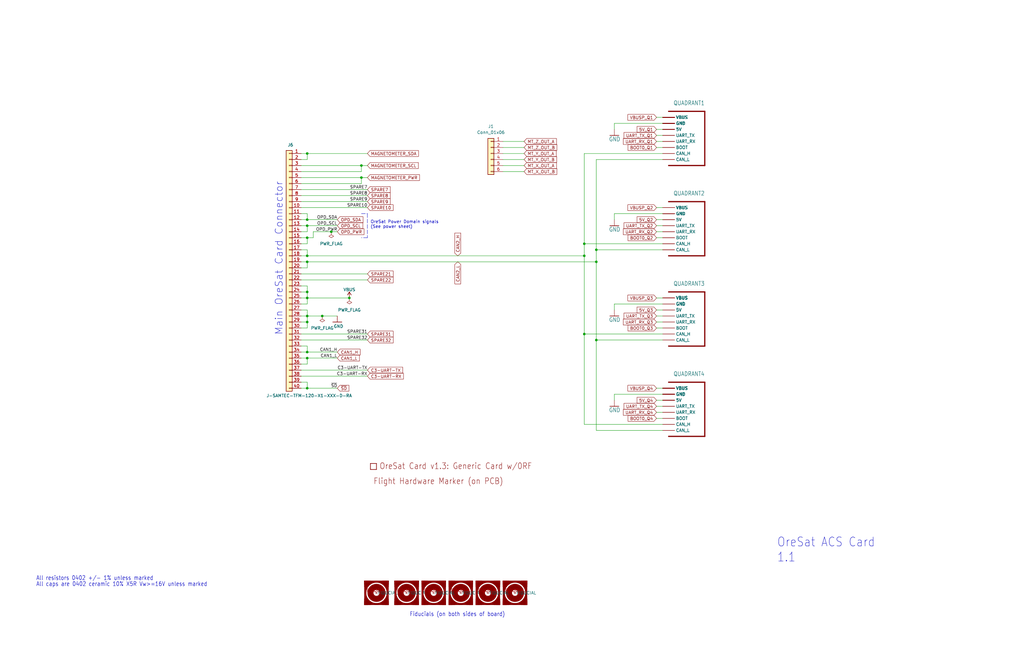
<source format=kicad_sch>
(kicad_sch (version 20211123) (generator eeschema)
  (paper "B")
  (lib_symbols
    (symbol "Connector_Generic:Conn_01x06" (pin_names (offset 1.016) hide)
      (property "Reference" "J" (at 0 7.62 0))
      (property "Value" "Conn_01x06" (at 0 -10.16 0))
      (symbol "Conn_01x06_1_1"
        (rectangle (start -1.27 -7.493) (end 0 -7.747) (stroke (width 0.1524)))
        (rectangle (start -1.27 -4.953) (end 0 -5.207) (stroke (width 0.1524)))
        (rectangle (start -1.27 -2.413) (end 0 -2.667) (stroke (width 0.1524)))
        (rectangle (start -1.27 0.127) (end 0 -0.127) (stroke (width 0.1524)))
        (rectangle (start -1.27 2.667) (end 0 2.413) (stroke (width 0.1524)))
        (rectangle (start -1.27 5.207) (end 0 4.953) (stroke (width 0.1524)))
        (rectangle (start -1.27 6.35) (end 1.27 -8.89) (stroke (width 0.254)) (fill (type background)))
        (pin passive line (at -5.08 5.08 0) (length 3.81) (name "Pin_1") (number "1"))
        (pin passive line (at -5.08 2.54 0) (length 3.81) (name "Pin_2") (number "2"))
        (pin passive line (at -5.08 0 0) (length 3.81) (name "Pin_3") (number "3"))
        (pin passive line (at -5.08 -2.54 0) (length 3.81) (name "Pin_4") (number "4"))
        (pin passive line (at -5.08 -5.08 0) (length 3.81) (name "Pin_5") (number "5"))
        (pin passive line (at -5.08 -7.62 0) (length 3.81) (name "Pin_6") (number "6"))
      )
    )
    (symbol "Connector_Generic:Conn_01x40" (pin_names (offset 1.016) hide)
      (property "Reference" "J" (at 0 50.8 0))
      (property "Value" "Conn_01x40" (at 0 -53.34 0))
      (symbol "Conn_01x40_1_1"
        (rectangle (start -1.27 -50.673) (end 0 -50.927) (stroke (width 0.1524)))
        (rectangle (start -1.27 -48.133) (end 0 -48.387) (stroke (width 0.1524)))
        (rectangle (start -1.27 -45.593) (end 0 -45.847) (stroke (width 0.1524)))
        (rectangle (start -1.27 -43.053) (end 0 -43.307) (stroke (width 0.1524)))
        (rectangle (start -1.27 -40.513) (end 0 -40.767) (stroke (width 0.1524)))
        (rectangle (start -1.27 -37.973) (end 0 -38.227) (stroke (width 0.1524)))
        (rectangle (start -1.27 -35.433) (end 0 -35.687) (stroke (width 0.1524)))
        (rectangle (start -1.27 -32.893) (end 0 -33.147) (stroke (width 0.1524)))
        (rectangle (start -1.27 -30.353) (end 0 -30.607) (stroke (width 0.1524)))
        (rectangle (start -1.27 -27.813) (end 0 -28.067) (stroke (width 0.1524)))
        (rectangle (start -1.27 -25.273) (end 0 -25.527) (stroke (width 0.1524)))
        (rectangle (start -1.27 -22.733) (end 0 -22.987) (stroke (width 0.1524)))
        (rectangle (start -1.27 -20.193) (end 0 -20.447) (stroke (width 0.1524)))
        (rectangle (start -1.27 -17.653) (end 0 -17.907) (stroke (width 0.1524)))
        (rectangle (start -1.27 -15.113) (end 0 -15.367) (stroke (width 0.1524)))
        (rectangle (start -1.27 -12.573) (end 0 -12.827) (stroke (width 0.1524)))
        (rectangle (start -1.27 -10.033) (end 0 -10.287) (stroke (width 0.1524)))
        (rectangle (start -1.27 -7.493) (end 0 -7.747) (stroke (width 0.1524)))
        (rectangle (start -1.27 -4.953) (end 0 -5.207) (stroke (width 0.1524)))
        (rectangle (start -1.27 -2.413) (end 0 -2.667) (stroke (width 0.1524)))
        (rectangle (start -1.27 0.127) (end 0 -0.127) (stroke (width 0.1524)))
        (rectangle (start -1.27 2.667) (end 0 2.413) (stroke (width 0.1524)))
        (rectangle (start -1.27 5.207) (end 0 4.953) (stroke (width 0.1524)))
        (rectangle (start -1.27 7.747) (end 0 7.493) (stroke (width 0.1524)))
        (rectangle (start -1.27 10.287) (end 0 10.033) (stroke (width 0.1524)))
        (rectangle (start -1.27 12.827) (end 0 12.573) (stroke (width 0.1524)))
        (rectangle (start -1.27 15.367) (end 0 15.113) (stroke (width 0.1524)))
        (rectangle (start -1.27 17.907) (end 0 17.653) (stroke (width 0.1524)))
        (rectangle (start -1.27 20.447) (end 0 20.193) (stroke (width 0.1524)))
        (rectangle (start -1.27 22.987) (end 0 22.733) (stroke (width 0.1524)))
        (rectangle (start -1.27 25.527) (end 0 25.273) (stroke (width 0.1524)))
        (rectangle (start -1.27 28.067) (end 0 27.813) (stroke (width 0.1524)))
        (rectangle (start -1.27 30.607) (end 0 30.353) (stroke (width 0.1524)))
        (rectangle (start -1.27 33.147) (end 0 32.893) (stroke (width 0.1524)))
        (rectangle (start -1.27 35.687) (end 0 35.433) (stroke (width 0.1524)))
        (rectangle (start -1.27 38.227) (end 0 37.973) (stroke (width 0.1524)))
        (rectangle (start -1.27 40.767) (end 0 40.513) (stroke (width 0.1524)))
        (rectangle (start -1.27 43.307) (end 0 43.053) (stroke (width 0.1524)))
        (rectangle (start -1.27 45.847) (end 0 45.593) (stroke (width 0.1524)))
        (rectangle (start -1.27 48.387) (end 0 48.133) (stroke (width 0.1524)))
        (rectangle (start -1.27 49.53) (end 1.27 -52.07) (stroke (width 0.254)) (fill (type background)))
        (pin passive line (at -5.08 48.26 0) (length 3.81) (name "Pin_1") (number "1"))
        (pin passive line (at -5.08 25.4 0) (length 3.81) (name "Pin_10") (number "10"))
        (pin passive line (at -5.08 22.86 0) (length 3.81) (name "Pin_11") (number "11"))
        (pin passive line (at -5.08 20.32 0) (length 3.81) (name "Pin_12") (number "12"))
        (pin passive line (at -5.08 17.78 0) (length 3.81) (name "Pin_13") (number "13"))
        (pin passive line (at -5.08 15.24 0) (length 3.81) (name "Pin_14") (number "14"))
        (pin passive line (at -5.08 12.7 0) (length 3.81) (name "Pin_15") (number "15"))
        (pin passive line (at -5.08 10.16 0) (length 3.81) (name "Pin_16") (number "16"))
        (pin passive line (at -5.08 7.62 0) (length 3.81) (name "Pin_17") (number "17"))
        (pin passive line (at -5.08 5.08 0) (length 3.81) (name "Pin_18") (number "18"))
        (pin passive line (at -5.08 2.54 0) (length 3.81) (name "Pin_19") (number "19"))
        (pin passive line (at -5.08 45.72 0) (length 3.81) (name "Pin_2") (number "2"))
        (pin passive line (at -5.08 0 0) (length 3.81) (name "Pin_20") (number "20"))
        (pin passive line (at -5.08 -2.54 0) (length 3.81) (name "Pin_21") (number "21"))
        (pin passive line (at -5.08 -5.08 0) (length 3.81) (name "Pin_22") (number "22"))
        (pin passive line (at -5.08 -7.62 0) (length 3.81) (name "Pin_23") (number "23"))
        (pin passive line (at -5.08 -10.16 0) (length 3.81) (name "Pin_24") (number "24"))
        (pin passive line (at -5.08 -12.7 0) (length 3.81) (name "Pin_25") (number "25"))
        (pin passive line (at -5.08 -15.24 0) (length 3.81) (name "Pin_26") (number "26"))
        (pin passive line (at -5.08 -17.78 0) (length 3.81) (name "Pin_27") (number "27"))
        (pin passive line (at -5.08 -20.32 0) (length 3.81) (name "Pin_28") (number "28"))
        (pin passive line (at -5.08 -22.86 0) (length 3.81) (name "Pin_29") (number "29"))
        (pin passive line (at -5.08 43.18 0) (length 3.81) (name "Pin_3") (number "3"))
        (pin passive line (at -5.08 -25.4 0) (length 3.81) (name "Pin_30") (number "30"))
        (pin passive line (at -5.08 -27.94 0) (length 3.81) (name "Pin_31") (number "31"))
        (pin passive line (at -5.08 -30.48 0) (length 3.81) (name "Pin_32") (number "32"))
        (pin passive line (at -5.08 -33.02 0) (length 3.81) (name "Pin_33") (number "33"))
        (pin passive line (at -5.08 -35.56 0) (length 3.81) (name "Pin_34") (number "34"))
        (pin passive line (at -5.08 -38.1 0) (length 3.81) (name "Pin_35") (number "35"))
        (pin passive line (at -5.08 -40.64 0) (length 3.81) (name "Pin_36") (number "36"))
        (pin passive line (at -5.08 -43.18 0) (length 3.81) (name "Pin_37") (number "37"))
        (pin passive line (at -5.08 -45.72 0) (length 3.81) (name "Pin_38") (number "38"))
        (pin passive line (at -5.08 -48.26 0) (length 3.81) (name "Pin_39") (number "39"))
        (pin passive line (at -5.08 40.64 0) (length 3.81) (name "Pin_4") (number "4"))
        (pin passive line (at -5.08 -50.8 0) (length 3.81) (name "Pin_40") (number "40"))
        (pin passive line (at -5.08 38.1 0) (length 3.81) (name "Pin_5") (number "5"))
        (pin passive line (at -5.08 35.56 0) (length 3.81) (name "Pin_6") (number "6"))
        (pin passive line (at -5.08 33.02 0) (length 3.81) (name "Pin_7") (number "7"))
        (pin passive line (at -5.08 30.48 0) (length 3.81) (name "Pin_8") (number "8"))
        (pin passive line (at -5.08 27.94 0) (length 3.81) (name "Pin_9") (number "9"))
      )
    )
    (symbol "MEZZANINE_PLUG_1"
      (property "Value" "MEZZANINE_PLUG_1" (at -12.7 -12.7 0))
      (symbol "MEZZANINE_PLUG_1_1_0"
        (polyline (pts (xy -12.7 -10.16) (xy 2.54 -10.16)) (stroke (width 0.508)))
        (polyline (pts (xy 2.54 12.7) (xy -12.7 12.7)) (stroke (width 0.508)))
        (pin bidirectional line (at 5.08 -7.62 180) (length 5.08) (name "CAN_L") (number "P$1"))
        (pin power_in line (at 5.08 7.62 180) (length 5.08) (name "GND") (number "P$10"))
        (pin power_in line (at 5.08 7.62 180) (length 5.08) (name "GND") (number "P$11"))
        (pin power_in line (at 5.08 10.16 180) (length 5.08) (name "VBUS") (number "P$12"))
        (pin power_in line (at 5.08 10.16 180) (length 5.08) (name "VBUS") (number "P$13"))
        (pin power_in line (at 5.08 10.16 180) (length 5.08) (name "VBUS") (number "P$14"))
        (pin power_in line (at 5.08 10.16 180) (length 5.08) (name "VBUS") (number "P$15"))
        (pin power_in line (at 5.08 10.16 180) (length 5.08) (name "VBUS") (number "P$16"))
        (pin power_in line (at 5.08 10.16 180) (length 5.08) (name "VBUS") (number "P$17"))
        (pin power_in line (at 5.08 10.16 180) (length 5.08) (name "VBUS") (number "P$18"))
        (pin power_in line (at 5.08 10.16 180) (length 5.08) (name "VBUS") (number "P$19"))
        (pin bidirectional line (at 5.08 -5.08 180) (length 5.08) (name "CAN_H") (number "P$2"))
        (pin power_in line (at 5.08 7.62 180) (length 5.08) (name "GND") (number "P$20"))
        (pin power_in line (at 5.08 7.62 180) (length 5.08) (name "GND") (number "P$21"))
        (pin power_in line (at 5.08 7.62 180) (length 5.08) (name "GND") (number "P$22"))
        (pin power_in line (at 5.08 7.62 180) (length 5.08) (name "GND") (number "P$23"))
        (pin power_in line (at 5.08 5.08 180) (length 5.08) (name "5V") (number "P$24"))
        (pin power_in line (at 5.08 5.08 180) (length 5.08) (name "5V") (number "P$25"))
        (pin bidirectional line (at 5.08 2.54 180) (length 5.08) (name "UART_TX") (number "P$26"))
        (pin bidirectional line (at 5.08 0 180) (length 5.08) (name "UART_RX") (number "P$27"))
        (pin bidirectional line (at 5.08 -2.54 180) (length 5.08) (name "BOOT") (number "P$28"))
        (pin bidirectional line (at 5.08 -5.08 180) (length 5.08) (name "CAN_H") (number "P$29"))
        (pin bidirectional line (at 5.08 -2.54 180) (length 5.08) (name "BOOT") (number "P$3"))
        (pin bidirectional line (at 5.08 -7.62 180) (length 5.08) (name "CAN_L") (number "P$30"))
        (pin bidirectional line (at 5.08 0 180) (length 5.08) (name "UART_RX") (number "P$4"))
        (pin bidirectional line (at 5.08 2.54 180) (length 5.08) (name "UART_TX") (number "P$5"))
        (pin power_in line (at 5.08 5.08 180) (length 5.08) (name "5V") (number "P$6"))
        (pin power_in line (at 5.08 5.08 180) (length 5.08) (name "5V") (number "P$7"))
        (pin power_in line (at 5.08 7.62 180) (length 5.08) (name "GND") (number "P$8"))
        (pin power_in line (at 5.08 7.62 180) (length 5.08) (name "GND") (number "P$9"))
      )
      (symbol "MEZZANINE_PLUG_1_1_1"
        (polyline (pts (xy -12.7 12.7) (xy -12.7 -10.16)) (stroke (width 0.508)))
      )
    )
    (symbol "MEZZANINE_PLUG_2"
      (property "Value" "MEZZANINE_PLUG_2" (at -12.7 -12.7 0))
      (symbol "MEZZANINE_PLUG_2_1_0"
        (polyline (pts (xy -12.7 -10.16) (xy 2.54 -10.16)) (stroke (width 0.508)))
        (polyline (pts (xy 2.54 12.7) (xy -12.7 12.7)) (stroke (width 0.508)))
        (pin bidirectional line (at 5.08 -7.62 180) (length 5.08) (name "CAN_L") (number "P$1"))
        (pin power_in line (at 5.08 7.62 180) (length 5.08) (name "GND") (number "P$10"))
        (pin power_in line (at 5.08 7.62 180) (length 5.08) (name "GND") (number "P$11"))
        (pin power_in line (at 5.08 10.16 180) (length 5.08) (name "VBUS") (number "P$12"))
        (pin power_in line (at 5.08 10.16 180) (length 5.08) (name "VBUS") (number "P$13"))
        (pin power_in line (at 5.08 10.16 180) (length 5.08) (name "VBUS") (number "P$14"))
        (pin power_in line (at 5.08 10.16 180) (length 5.08) (name "VBUS") (number "P$15"))
        (pin power_in line (at 5.08 10.16 180) (length 5.08) (name "VBUS") (number "P$16"))
        (pin power_in line (at 5.08 10.16 180) (length 5.08) (name "VBUS") (number "P$17"))
        (pin power_in line (at 5.08 10.16 180) (length 5.08) (name "VBUS") (number "P$18"))
        (pin power_in line (at 5.08 10.16 180) (length 5.08) (name "VBUS") (number "P$19"))
        (pin bidirectional line (at 5.08 -5.08 180) (length 5.08) (name "CAN_H") (number "P$2"))
        (pin power_in line (at 5.08 7.62 180) (length 5.08) (name "GND") (number "P$20"))
        (pin power_in line (at 5.08 7.62 180) (length 5.08) (name "GND") (number "P$21"))
        (pin power_in line (at 5.08 7.62 180) (length 5.08) (name "GND") (number "P$22"))
        (pin power_in line (at 5.08 7.62 180) (length 5.08) (name "GND") (number "P$23"))
        (pin power_in line (at 5.08 5.08 180) (length 5.08) (name "5V") (number "P$24"))
        (pin power_in line (at 5.08 5.08 180) (length 5.08) (name "5V") (number "P$25"))
        (pin bidirectional line (at 5.08 2.54 180) (length 5.08) (name "UART_TX") (number "P$26"))
        (pin bidirectional line (at 5.08 0 180) (length 5.08) (name "UART_RX") (number "P$27"))
        (pin bidirectional line (at 5.08 -2.54 180) (length 5.08) (name "BOOT") (number "P$28"))
        (pin bidirectional line (at 5.08 -5.08 180) (length 5.08) (name "CAN_H") (number "P$29"))
        (pin bidirectional line (at 5.08 -2.54 180) (length 5.08) (name "BOOT") (number "P$3"))
        (pin bidirectional line (at 5.08 -7.62 180) (length 5.08) (name "CAN_L") (number "P$30"))
        (pin bidirectional line (at 5.08 0 180) (length 5.08) (name "UART_RX") (number "P$4"))
        (pin bidirectional line (at 5.08 2.54 180) (length 5.08) (name "UART_TX") (number "P$5"))
        (pin power_in line (at 5.08 5.08 180) (length 5.08) (name "5V") (number "P$6"))
        (pin power_in line (at 5.08 5.08 180) (length 5.08) (name "5V") (number "P$7"))
        (pin power_in line (at 5.08 7.62 180) (length 5.08) (name "GND") (number "P$8"))
        (pin power_in line (at 5.08 7.62 180) (length 5.08) (name "GND") (number "P$9"))
      )
      (symbol "MEZZANINE_PLUG_2_1_1"
        (polyline (pts (xy -12.7 12.7) (xy -12.7 -10.16)) (stroke (width 0.508)))
      )
    )
    (symbol "MEZZANINE_PLUG_3"
      (property "Value" "MEZZANINE_PLUG_3" (at -12.7 -12.7 0))
      (symbol "MEZZANINE_PLUG_3_1_0"
        (polyline (pts (xy -12.7 -10.16) (xy 2.54 -10.16)) (stroke (width 0.508)))
        (polyline (pts (xy 2.54 12.7) (xy -12.7 12.7)) (stroke (width 0.508)))
        (pin bidirectional line (at 5.08 -7.62 180) (length 5.08) (name "CAN_L") (number "P$1"))
        (pin power_in line (at 5.08 7.62 180) (length 5.08) (name "GND") (number "P$10"))
        (pin power_in line (at 5.08 7.62 180) (length 5.08) (name "GND") (number "P$11"))
        (pin power_in line (at 5.08 10.16 180) (length 5.08) (name "VBUS") (number "P$12"))
        (pin power_in line (at 5.08 10.16 180) (length 5.08) (name "VBUS") (number "P$13"))
        (pin power_in line (at 5.08 10.16 180) (length 5.08) (name "VBUS") (number "P$14"))
        (pin power_in line (at 5.08 10.16 180) (length 5.08) (name "VBUS") (number "P$15"))
        (pin power_in line (at 5.08 10.16 180) (length 5.08) (name "VBUS") (number "P$16"))
        (pin power_in line (at 5.08 10.16 180) (length 5.08) (name "VBUS") (number "P$17"))
        (pin power_in line (at 5.08 10.16 180) (length 5.08) (name "VBUS") (number "P$18"))
        (pin power_in line (at 5.08 10.16 180) (length 5.08) (name "VBUS") (number "P$19"))
        (pin bidirectional line (at 5.08 -5.08 180) (length 5.08) (name "CAN_H") (number "P$2"))
        (pin power_in line (at 5.08 7.62 180) (length 5.08) (name "GND") (number "P$20"))
        (pin power_in line (at 5.08 7.62 180) (length 5.08) (name "GND") (number "P$21"))
        (pin power_in line (at 5.08 7.62 180) (length 5.08) (name "GND") (number "P$22"))
        (pin power_in line (at 5.08 7.62 180) (length 5.08) (name "GND") (number "P$23"))
        (pin power_in line (at 5.08 5.08 180) (length 5.08) (name "5V") (number "P$24"))
        (pin power_in line (at 5.08 5.08 180) (length 5.08) (name "5V") (number "P$25"))
        (pin bidirectional line (at 5.08 2.54 180) (length 5.08) (name "UART_TX") (number "P$26"))
        (pin bidirectional line (at 5.08 0 180) (length 5.08) (name "UART_RX") (number "P$27"))
        (pin bidirectional line (at 5.08 -2.54 180) (length 5.08) (name "BOOT") (number "P$28"))
        (pin bidirectional line (at 5.08 -5.08 180) (length 5.08) (name "CAN_H") (number "P$29"))
        (pin bidirectional line (at 5.08 -2.54 180) (length 5.08) (name "BOOT") (number "P$3"))
        (pin bidirectional line (at 5.08 -7.62 180) (length 5.08) (name "CAN_L") (number "P$30"))
        (pin bidirectional line (at 5.08 0 180) (length 5.08) (name "UART_RX") (number "P$4"))
        (pin bidirectional line (at 5.08 2.54 180) (length 5.08) (name "UART_TX") (number "P$5"))
        (pin power_in line (at 5.08 5.08 180) (length 5.08) (name "5V") (number "P$6"))
        (pin power_in line (at 5.08 5.08 180) (length 5.08) (name "5V") (number "P$7"))
        (pin power_in line (at 5.08 7.62 180) (length 5.08) (name "GND") (number "P$8"))
        (pin power_in line (at 5.08 7.62 180) (length 5.08) (name "GND") (number "P$9"))
      )
      (symbol "MEZZANINE_PLUG_3_1_1"
        (polyline (pts (xy -12.7 12.7) (xy -12.7 -10.16)) (stroke (width 0.508)))
      )
    )
    (symbol "oresat-acs-card-eagle-import:FIDUCIAL-1.0X2.0"
      (symbol "FIDUCIAL-1.0X2.0_1_0"
        (rectangle (start -5.08 -5.08) (end -3.556 -2.54) (fill (type outline)))
        (rectangle (start -5.08 -5.08) (end -2.54 -3.556) (fill (type outline)))
        (rectangle (start -5.08 2.54) (end -3.556 5.08) (fill (type outline)))
        (rectangle (start -5.08 3.556) (end -2.54 5.08) (fill (type outline)))
        (polyline (pts (xy -5.08 -5.08) (xy -5.08 5.08)) (stroke (width 0.127)))
        (polyline (pts (xy -5.08 -5.08) (xy 5.08 -5.08)) (stroke (width 0.127)))
        (polyline (pts (xy -5.08 5.08) (xy 5.08 5.08)) (stroke (width 0.127)))
        (polyline (pts (xy -4.699 2.54) (xy -4.699 -2.54)) (stroke (width 0.762)))
        (polyline (pts (xy -2.54 -4.699) (xy 2.54 -4.699)) (stroke (width 0.762)))
        (polyline (pts (xy -2.54 4.699) (xy 2.54 4.699)) (stroke (width 0.762)))
        (polyline (pts (xy 4.699 -2.54) (xy 4.699 2.54)) (stroke (width 0.762)))
        (polyline (pts (xy 5.08 5.08) (xy 5.08 -5.08)) (stroke (width 0.127)))
        (circle (center 0 0) (radius 2.54) (stroke (width 2.54)))
        (circle (center 0 0) (radius 4.699) (stroke (width 0.762)))
        (rectangle (start 2.54 -5.08) (end 5.08 -3.556) (fill (type outline)))
        (rectangle (start 2.54 3.556) (end 5.08 5.08) (fill (type outline)))
        (rectangle (start 3.556 -5.08) (end 5.08 -2.54) (fill (type outline)))
        (rectangle (start 3.556 2.54) (end 5.08 5.08) (fill (type outline)))
        (pin no_connect line (at 0 0 0) (length 0) (name "FIDUCIAL") (number "FIDUCIAL"))
      )
    )
    (symbol "oresat-acs-card-eagle-import:FLIGHMARKERNEW"
      (symbol "FLIGHMARKERNEW_1_0"
        (text "Flight Hardware Marker (on PCB)" (at 0 0 0) (effects (font (size 2.54 2.159)) (justify left bottom)))
      )
    )
    (symbol "oresat-acs-card-eagle-import:GND" (power)
      (property "Value" "GND" (at -2.54 -2.54 0))
      (symbol "GND_1_0"
        (polyline (pts (xy -1.905 0) (xy 1.905 0)) (stroke (width 0.254)))
        (pin power_in line (at 0 2.54 270) (length 2.54) (name "GND") (number "1"))
      )
    )
    (symbol "oresat-acs-card-eagle-import:MEZZANINE_PLUG"
      (property "Value" "MEZZANINE_PLUG" (at -12.7 -12.7 0))
      (symbol "MEZZANINE_PLUG_1_0"
        (polyline (pts (xy -12.7 -10.16) (xy 2.54 -10.16)) (stroke (width 0.508)))
        (polyline (pts (xy 2.54 12.7) (xy -12.7 12.7)) (stroke (width 0.508)))
        (pin bidirectional line (at 5.08 -7.62 180) (length 5.08) (name "CAN_L") (number "P$1"))
        (pin power_in line (at 5.08 7.62 180) (length 5.08) (name "GND") (number "P$10"))
        (pin power_in line (at 5.08 7.62 180) (length 5.08) (name "GND") (number "P$11"))
        (pin power_in line (at 5.08 10.16 180) (length 5.08) (name "VBUS") (number "P$12"))
        (pin power_in line (at 5.08 10.16 180) (length 5.08) (name "VBUS") (number "P$13"))
        (pin power_in line (at 5.08 10.16 180) (length 5.08) (name "VBUS") (number "P$14"))
        (pin power_in line (at 5.08 10.16 180) (length 5.08) (name "VBUS") (number "P$15"))
        (pin power_in line (at 5.08 10.16 180) (length 5.08) (name "VBUS") (number "P$16"))
        (pin power_in line (at 5.08 10.16 180) (length 5.08) (name "VBUS") (number "P$17"))
        (pin power_in line (at 5.08 10.16 180) (length 5.08) (name "VBUS") (number "P$18"))
        (pin power_in line (at 5.08 10.16 180) (length 5.08) (name "VBUS") (number "P$19"))
        (pin bidirectional line (at 5.08 -5.08 180) (length 5.08) (name "CAN_H") (number "P$2"))
        (pin power_in line (at 5.08 7.62 180) (length 5.08) (name "GND") (number "P$20"))
        (pin power_in line (at 5.08 7.62 180) (length 5.08) (name "GND") (number "P$21"))
        (pin power_in line (at 5.08 7.62 180) (length 5.08) (name "GND") (number "P$22"))
        (pin power_in line (at 5.08 7.62 180) (length 5.08) (name "GND") (number "P$23"))
        (pin power_in line (at 5.08 5.08 180) (length 5.08) (name "5V") (number "P$24"))
        (pin power_in line (at 5.08 5.08 180) (length 5.08) (name "5V") (number "P$25"))
        (pin bidirectional line (at 5.08 2.54 180) (length 5.08) (name "UART_TX") (number "P$26"))
        (pin bidirectional line (at 5.08 0 180) (length 5.08) (name "UART_RX") (number "P$27"))
        (pin bidirectional line (at 5.08 -2.54 180) (length 5.08) (name "BOOT") (number "P$28"))
        (pin bidirectional line (at 5.08 -5.08 180) (length 5.08) (name "CAN_H") (number "P$29"))
        (pin bidirectional line (at 5.08 -2.54 180) (length 5.08) (name "BOOT") (number "P$3"))
        (pin bidirectional line (at 5.08 -7.62 180) (length 5.08) (name "CAN_L") (number "P$30"))
        (pin bidirectional line (at 5.08 0 180) (length 5.08) (name "UART_RX") (number "P$4"))
        (pin bidirectional line (at 5.08 2.54 180) (length 5.08) (name "UART_TX") (number "P$5"))
        (pin power_in line (at 5.08 5.08 180) (length 5.08) (name "5V") (number "P$6"))
        (pin power_in line (at 5.08 5.08 180) (length 5.08) (name "5V") (number "P$7"))
        (pin power_in line (at 5.08 7.62 180) (length 5.08) (name "GND") (number "P$8"))
        (pin power_in line (at 5.08 7.62 180) (length 5.08) (name "GND") (number "P$9"))
      )
      (symbol "MEZZANINE_PLUG_1_1"
        (polyline (pts (xy -12.7 12.7) (xy -12.7 -10.16)) (stroke (width 0.508)))
      )
    )
    (symbol "oresat-acs-card-eagle-import:ORESAT-CARD-V1.3-GENERIC-0RF"
      (symbol "ORESAT-CARD-V1.3-GENERIC-0RF_1_0"
        (polyline (pts (xy -1.27 -1.27) (xy 1.27 -1.27)) (stroke (width 0.254)))
        (polyline (pts (xy -1.27 1.27) (xy -1.27 -1.27)) (stroke (width 0.254)))
        (polyline (pts (xy 1.27 -1.27) (xy 1.27 1.27)) (stroke (width 0.254)))
        (polyline (pts (xy 1.27 1.27) (xy -1.27 1.27)) (stroke (width 0.254)))
        (text "OreSat Card v1.3: Generic Card w/0RF" (at 2.54 -1.27 0) (effects (font (size 2.54 2.159)) (justify left bottom)))
      )
    )
    (symbol "oresat-acs-card-eagle-import:VBUS" (power)
      (property "Value" "VBUS" (at 0 0.254 0))
      (symbol "VBUS_1_0"
        (polyline (pts (xy 0 0) (xy -0.762 -1.27)) (stroke (width 0.254)))
        (polyline (pts (xy 0.762 -1.27) (xy 0 0)) (stroke (width 0.254)))
        (pin power_in line (at 0 -2.54 90) (length 2.54) (name "VBUS") (number "1"))
      )
    )
    (symbol "power:PWR_FLAG" (power) (pin_numbers hide) (pin_names (offset 0) hide)
      (property "Value" "PWR_FLAG" (at 0 3.81 0))
      (symbol "PWR_FLAG_0_0"
        (pin power_out line (at 0 0 90) (length 0) (name "pwr") (number "1"))
      )
      (symbol "PWR_FLAG_0_1"
        (polyline (pts (xy 0 0) (xy 0 1.27) (xy -1.016 1.905) (xy 0 2.54) (xy 1.016 1.905) (xy 0 1.27)))
      )
    )
  )
  (junction (at 147.32 125.73))
  (junction (at 129.54 95.25) (diameter 0.9144))
  (junction (at 129.54 163.83) (diameter 0.9144))
  (junction (at 251.46 110.49))
  (junction (at 139.7 97.79))
  (junction (at 129.54 135.89) (diameter 0.9144))
  (junction (at 129.54 92.71) (diameter 0.9144))
  (junction (at 246.38 102.87))
  (junction (at 152.4 74.93))
  (junction (at 251.46 143.51))
  (junction (at 246.38 140.97))
  (junction (at 129.54 123.19) (diameter 0.9144))
  (junction (at 251.46 105.41))
  (junction (at 129.54 148.59) (diameter 0.9144))
  (junction (at 129.54 151.13) (diameter 0.9144))
  (junction (at 129.54 125.73) (diameter 0.9144))
  (junction (at 129.54 64.77) (diameter 0.9144))
  (junction (at 129.54 107.95))
  (junction (at 129.54 133.35) (diameter 0.9144))
  (junction (at 152.4 69.85))
  (junction (at 129.54 100.33) (diameter 0.9144))
  (junction (at 135.89 133.35))
  (junction (at 246.38 107.95))
  (junction (at 129.54 110.49) (diameter 0.9144))
  (wire (pts (xy 259.08 128.27) (xy 259.08 130.81)))
  (wire (pts (xy 129.54 133.35) (xy 135.89 133.35)))
  (wire (pts (xy 129.54 135.89) (xy 129.54 138.43)))
  (wire (pts (xy 129.54 113.03) (xy 127 113.03)))
  (wire (pts (xy 129.54 100.33) (xy 129.54 102.87)))
  (wire (pts (xy 129.54 95.25) (xy 129.54 97.79)))
  (wire (pts (xy 129.54 107.95) (xy 246.38 107.95)))
  (wire (pts (xy 127 97.79) (xy 129.54 97.79)))
  (wire (pts (xy 276.86 173.99) (xy 279.4 173.99)))
  (wire (pts (xy 127 100.33) (xy 129.54 100.33)))
  (wire (pts (xy 132.08 100.33) (xy 132.08 97.79)))
  (wire (pts (xy 246.38 102.87) (xy 279.4 102.87)))
  (wire (pts (xy 129.54 161.29) (xy 129.54 163.83)))
  (wire (pts (xy 251.46 181.61) (xy 279.4 181.61)))
  (wire (pts (xy 129.54 105.41) (xy 129.54 107.95)))
  (wire (pts (xy 259.08 90.17) (xy 259.08 92.71)))
  (wire (pts (xy 246.38 64.77) (xy 246.38 102.87)))
  (wire (pts (xy 251.46 143.51) (xy 251.46 181.61)))
  (wire (pts (xy 259.08 128.27) (xy 279.4 128.27)))
  (wire (pts (xy 127 82.55) (xy 154.94 82.55)))
  (wire (pts (xy 279.4 95.25) (xy 276.86 95.25)))
  (wire (pts (xy 127 90.17) (xy 129.54 90.17)))
  (wire (pts (xy 135.89 133.35) (xy 142.24 133.35)))
  (wire (pts (xy 251.46 143.51) (xy 279.4 143.51)))
  (wire (pts (xy 251.46 105.41) (xy 251.46 110.49)))
  (wire (pts (xy 129.54 95.25) (xy 142.24 95.25)))
  (wire (pts (xy 127 130.81) (xy 129.54 130.81)))
  (wire (pts (xy 127 64.77) (xy 129.54 64.77)))
  (wire (pts (xy 212.09 69.85) (xy 220.98 69.85)))
  (wire (pts (xy 279.4 100.33) (xy 276.86 100.33)))
  (wire (pts (xy 246.38 102.87) (xy 246.38 107.95)))
  (wire (pts (xy 276.86 168.91) (xy 279.4 168.91)))
  (wire (pts (xy 279.4 62.23) (xy 276.86 62.23)))
  (polyline (pts (xy 154.94 100.33) (xy 152.4 100.33)))
  (wire (pts (xy 129.54 151.13) (xy 142.24 151.13)))
  (wire (pts (xy 129.54 92.71) (xy 142.24 92.71)))
  (wire (pts (xy 127 146.05) (xy 129.54 146.05)))
  (polyline (pts (xy 152.4 90.17) (xy 154.94 90.17)))
  (wire (pts (xy 127 72.39) (xy 152.4 72.39)))
  (wire (pts (xy 129.54 90.17) (xy 129.54 92.71)))
  (wire (pts (xy 127 151.13) (xy 129.54 151.13)))
  (wire (pts (xy 276.86 176.53) (xy 279.4 176.53)))
  (wire (pts (xy 259.08 166.37) (xy 259.08 168.91)))
  (wire (pts (xy 127 133.35) (xy 129.54 133.35)))
  (wire (pts (xy 129.54 146.05) (xy 129.54 148.59)))
  (wire (pts (xy 127 125.73) (xy 129.54 125.73)))
  (wire (pts (xy 251.46 105.41) (xy 279.4 105.41)))
  (wire (pts (xy 127 95.25) (xy 129.54 95.25)))
  (polyline (pts (xy 154.94 90.17) (xy 154.94 100.33)))
  (wire (pts (xy 276.86 92.71) (xy 279.4 92.71)))
  (wire (pts (xy 127 148.59) (xy 129.54 148.59)))
  (wire (pts (xy 276.86 130.81) (xy 279.4 130.81)))
  (wire (pts (xy 129.54 123.19) (xy 129.54 125.73)))
  (wire (pts (xy 127 69.85) (xy 152.4 69.85)))
  (wire (pts (xy 129.54 100.33) (xy 132.08 100.33)))
  (wire (pts (xy 129.54 135.89) (xy 129.54 133.35)))
  (wire (pts (xy 276.86 54.61) (xy 279.4 54.61)))
  (wire (pts (xy 129.54 163.83) (xy 127 163.83)))
  (wire (pts (xy 246.38 107.95) (xy 246.38 140.97)))
  (wire (pts (xy 129.54 128.27) (xy 127 128.27)))
  (wire (pts (xy 139.7 97.79) (xy 142.24 97.79)))
  (wire (pts (xy 259.08 52.07) (xy 259.08 54.61)))
  (wire (pts (xy 276.86 163.83) (xy 279.4 163.83)))
  (wire (pts (xy 129.54 125.73) (xy 129.54 128.27)))
  (wire (pts (xy 127 67.31) (xy 129.54 67.31)))
  (wire (pts (xy 276.86 135.89) (xy 279.4 135.89)))
  (wire (pts (xy 246.38 64.77) (xy 279.4 64.77)))
  (wire (pts (xy 127 92.71) (xy 129.54 92.71)))
  (wire (pts (xy 127 115.57) (xy 154.94 115.57)))
  (wire (pts (xy 129.54 148.59) (xy 142.24 148.59)))
  (wire (pts (xy 129.54 123.19) (xy 127 123.19)))
  (wire (pts (xy 276.86 171.45) (xy 279.4 171.45)))
  (wire (pts (xy 127 110.49) (xy 129.54 110.49)))
  (wire (pts (xy 279.4 57.15) (xy 276.86 57.15)))
  (wire (pts (xy 251.46 67.31) (xy 279.4 67.31)))
  (wire (pts (xy 127 107.95) (xy 129.54 107.95)))
  (wire (pts (xy 127 156.21) (xy 154.94 156.21)))
  (wire (pts (xy 129.54 110.49) (xy 129.54 113.03)))
  (wire (pts (xy 127 77.47) (xy 152.4 77.47)))
  (wire (pts (xy 127 118.11) (xy 154.94 118.11)))
  (wire (pts (xy 152.4 74.93) (xy 154.94 74.93)))
  (wire (pts (xy 276.86 138.43) (xy 279.4 138.43)))
  (wire (pts (xy 276.86 133.35) (xy 279.4 133.35)))
  (wire (pts (xy 212.09 64.77) (xy 220.98 64.77)))
  (wire (pts (xy 129.54 125.73) (xy 147.32 125.73)))
  (wire (pts (xy 251.46 110.49) (xy 251.46 143.51)))
  (wire (pts (xy 152.4 69.85) (xy 154.94 69.85)))
  (wire (pts (xy 246.38 140.97) (xy 246.38 179.07)))
  (wire (pts (xy 127 85.09) (xy 154.94 85.09)))
  (wire (pts (xy 127 120.65) (xy 129.54 120.65)))
  (wire (pts (xy 127 102.87) (xy 129.54 102.87)))
  (wire (pts (xy 129.54 151.13) (xy 129.54 153.67)))
  (wire (pts (xy 259.08 90.17) (xy 279.4 90.17)))
  (wire (pts (xy 212.09 67.31) (xy 220.98 67.31)))
  (wire (pts (xy 127 143.51) (xy 154.94 143.51)))
  (wire (pts (xy 279.4 166.37) (xy 259.08 166.37)))
  (wire (pts (xy 129.54 130.81) (xy 129.54 133.35)))
  (wire (pts (xy 129.54 110.49) (xy 251.46 110.49)))
  (wire (pts (xy 279.4 59.69) (xy 276.86 59.69)))
  (wire (pts (xy 279.4 52.07) (xy 259.08 52.07)))
  (wire (pts (xy 279.4 179.07) (xy 246.38 179.07)))
  (wire (pts (xy 212.09 62.23) (xy 220.98 62.23)))
  (wire (pts (xy 129.54 153.67) (xy 127 153.67)))
  (wire (pts (xy 251.46 67.31) (xy 251.46 105.41)))
  (wire (pts (xy 129.54 67.31) (xy 129.54 64.77)))
  (wire (pts (xy 127 138.43) (xy 129.54 138.43)))
  (wire (pts (xy 127 140.97) (xy 154.94 140.97)))
  (wire (pts (xy 279.4 87.63) (xy 276.86 87.63)))
  (wire (pts (xy 127 74.93) (xy 152.4 74.93)))
  (wire (pts (xy 129.54 64.77) (xy 154.94 64.77)))
  (wire (pts (xy 129.54 163.83) (xy 142.24 163.83)))
  (wire (pts (xy 152.4 69.85) (xy 152.4 72.39)))
  (wire (pts (xy 246.38 140.97) (xy 279.4 140.97)))
  (wire (pts (xy 212.09 59.69) (xy 220.98 59.69)))
  (wire (pts (xy 279.4 49.53) (xy 276.86 49.53)))
  (wire (pts (xy 129.54 120.65) (xy 129.54 123.19)))
  (wire (pts (xy 127 135.89) (xy 129.54 135.89)))
  (wire (pts (xy 276.86 125.73) (xy 279.4 125.73)))
  (wire (pts (xy 127 87.63) (xy 154.94 87.63)))
  (wire (pts (xy 132.08 97.79) (xy 139.7 97.79)))
  (wire (pts (xy 152.4 74.93) (xy 152.4 77.47)))
  (wire (pts (xy 127 80.01) (xy 154.94 80.01)))
  (wire (pts (xy 127 105.41) (xy 129.54 105.41)))
  (wire (pts (xy 212.09 72.39) (xy 220.98 72.39)))
  (wire (pts (xy 127 158.75) (xy 154.94 158.75)))
  (wire (pts (xy 127 161.29) (xy 129.54 161.29)))
  (wire (pts (xy 279.4 97.79) (xy 276.86 97.79)))
  (text "OreSat ACS Card" (at 327.66 231.14 180) (effects (font (size 3.81 3.2385)) (justify left bottom)))
  (text "1.1" (at 327.66 237.49 180) (effects (font (size 3.81 3.2385)) (justify left bottom)))
  (text "Main OreSat Card Connector" (at 119.38 141.605 90) (effects (font (size 3 3)) (justify left bottom)))
  (text "Fiducials (on both sides of board)" (at 172.72 260.35 180) (effects (font (size 1.778 1.5113)) (justify left bottom)))
  (text "OreSat Power Domain signals\n(See power sheet)" (at 156.21 96.52 180) (effects (font (size 1.27 1.27)) (justify left bottom)))
  (text "All caps are 0402 ceramic 10% X5R Vw>=16V unless marked" (at 15.24 247.65 0) (effects (font (size 1.778 1.5113)) (justify left bottom)))
  (text "All resistors 0402 +/- 1% unless marked" (at 15.24 245.11 180) (effects (font (size 1.778 1.5113)) (justify left bottom)))
  (label "SPARE32" (at 154.94 143.51 180))
  (label "OPD_SDA" (at 142.24 92.71 180))
  (label "CAN1_H" (at 142.24 148.59 180))
  (label "OPD_PWR" (at 142.24 97.79 180))
  (label "OPD_SCL" (at 142.24 95.25 180))
  (label "~{SD}" (at 142.24 163.83 180))
  (label "CAN1_L" (at 142.24 151.13 180))
  (label "SPARE31" (at 154.94 140.97 180))
  (label "C3-UART-TX" (at 154.94 156.21 180))
  (label "SPARE10" (at 154.94 87.63 180))
  (label "SPARE7" (at 154.94 80.01 180))
  (label "C3-UART-RX" (at 154.94 158.75 180))
  (label "SPARE9" (at 154.94 85.09 180))
  (label "SPARE8" (at 154.94 82.55 180))
  (global_label "SPARE31" (shape input) (at 154.94 140.97 0) (property "Intersheet References" "${INTERSHEET_REFS}" (effects hide)))
  (global_label "CAN1_L" (shape input) (at 142.24 151.13 0) (property "Intersheet References" "${INTERSHEET_REFS}" (effects hide)))
  (global_label "CAN2_H" (shape input) (at 193.04 107.95 90) (property "Intersheet References" "${INTERSHEET_REFS}" (effects hide)))
  (global_label "SPARE32" (shape input) (at 154.94 143.51 0) (property "Intersheet References" "${INTERSHEET_REFS}" (effects hide)))
  (global_label "BOOT0_Q1" (shape input) (at 276.86 62.23 180) (property "Intersheet References" "${INTERSHEET_REFS}" (effects hide)))
  (global_label "CAN1_H" (shape input) (at 142.24 148.59 0) (property "Intersheet References" "${INTERSHEET_REFS}" (effects hide)))
  (global_label "5V_Q1" (shape input) (at 276.86 54.61 180) (property "Intersheet References" "${INTERSHEET_REFS}" (effects hide)))
  (global_label "~{SD}" (shape input) (at 142.24 163.83 0) (property "Intersheet References" "${INTERSHEET_REFS}" (effects hide)))
  (global_label "SPARE10" (shape input) (at 154.94 87.63 0) (property "Intersheet References" "${INTERSHEET_REFS}" (effects hide)))
  (global_label "SPARE7" (shape input) (at 154.94 80.01 0) (property "Intersheet References" "${INTERSHEET_REFS}" (effects hide)))
  (global_label "MAGNETOMETER_PWR" (shape input) (at 154.94 74.93 0) (property "Intersheet References" "${INTERSHEET_REFS}" (effects hide)))
  (global_label "UART_RX_Q4" (shape input) (at 276.86 173.99 180) (property "Intersheet References" "${INTERSHEET_REFS}" (effects hide)))
  (global_label "MAGNETOMETER_SDA" (shape input) (at 154.94 64.77 0) (property "Intersheet References" "${INTERSHEET_REFS}" (effects hide)))
  (global_label "SPARE8" (shape input) (at 154.94 82.55 0) (property "Intersheet References" "${INTERSHEET_REFS}" (effects hide)))
  (global_label "C3-UART-RX" (shape input) (at 154.94 158.75 0) (property "Intersheet References" "${INTERSHEET_REFS}" (effects hide)))
  (global_label "5V_Q4" (shape input) (at 276.86 168.91 180) (property "Intersheet References" "${INTERSHEET_REFS}" (effects hide)))
  (global_label "MT_X_OUT_A" (shape input) (at 220.98 69.85 0) (property "Intersheet References" "${INTERSHEET_REFS}" (effects hide)))
  (global_label "5V_Q2" (shape input) (at 276.86 92.71 180) (property "Intersheet References" "${INTERSHEET_REFS}" (effects hide)))
  (global_label "MAGNETOMETER_SCL" (shape input) (at 154.94 69.85 0) (property "Intersheet References" "${INTERSHEET_REFS}" (effects hide)))
  (global_label "VBUSP_Q1" (shape input) (at 276.86 49.53 180) (property "Intersheet References" "${INTERSHEET_REFS}" (effects hide)))
  (global_label "MT_Y_OUT_B" (shape input) (at 220.98 67.31 0) (property "Intersheet References" "${INTERSHEET_REFS}" (effects hide)))
  (global_label "5V_Q3" (shape input) (at 276.86 130.81 180) (property "Intersheet References" "${INTERSHEET_REFS}" (effects hide)))
  (global_label "MT_Z_OUT_A" (shape input) (at 220.98 59.69 0) (property "Intersheet References" "${INTERSHEET_REFS}" (effects hide)))
  (global_label "MT_X_OUT_B" (shape input) (at 220.98 72.39 0) (property "Intersheet References" "${INTERSHEET_REFS}" (effects hide)))
  (global_label "BOOT0_Q3" (shape input) (at 276.86 138.43 180) (property "Intersheet References" "${INTERSHEET_REFS}" (effects hide)))
  (global_label "OPD_SDA" (shape input) (at 142.24 92.71 0) (property "Intersheet References" "${INTERSHEET_REFS}" (effects hide)))
  (global_label "MT_Z_OUT_B" (shape input) (at 220.98 62.23 0) (property "Intersheet References" "${INTERSHEET_REFS}" (effects hide)))
  (global_label "UART_RX_Q3" (shape input) (at 276.86 135.89 180) (property "Intersheet References" "${INTERSHEET_REFS}" (effects hide)))
  (global_label "BOOT0_Q2" (shape input) (at 276.86 100.33 180) (property "Intersheet References" "${INTERSHEET_REFS}" (effects hide)))
  (global_label "UART_TX_Q1" (shape input) (at 276.86 57.15 180) (property "Intersheet References" "${INTERSHEET_REFS}" (effects hide)))
  (global_label "OPD_SCL" (shape input) (at 142.24 95.25 0) (property "Intersheet References" "${INTERSHEET_REFS}" (effects hide)))
  (global_label "SPARE9" (shape input) (at 154.94 85.09 0) (property "Intersheet References" "${INTERSHEET_REFS}" (effects hide)))
  (global_label "UART_TX_Q3" (shape input) (at 276.86 133.35 180) (property "Intersheet References" "${INTERSHEET_REFS}" (effects hide)))
  (global_label "SPARE21" (shape input) (at 154.94 115.57 0) (property "Intersheet References" "${INTERSHEET_REFS}" (effects hide)))
  (global_label "SPARE22" (shape input) (at 154.94 118.11 0) (property "Intersheet References" "${INTERSHEET_REFS}" (effects hide)))
  (global_label "MT_Y_OUT_A" (shape input) (at 220.98 64.77 0) (property "Intersheet References" "${INTERSHEET_REFS}" (effects hide)))
  (global_label "VBUSP_Q2" (shape input) (at 276.86 87.63 180) (property "Intersheet References" "${INTERSHEET_REFS}" (effects hide)))
  (global_label "C3-UART-TX" (shape input) (at 154.94 156.21 0) (property "Intersheet References" "${INTERSHEET_REFS}" (effects hide)))
  (global_label "UART_TX_Q4" (shape input) (at 276.86 171.45 180) (property "Intersheet References" "${INTERSHEET_REFS}" (effects hide)))
  (global_label "VBUSP_Q4" (shape input) (at 276.86 163.83 180) (property "Intersheet References" "${INTERSHEET_REFS}" (effects hide)))
  (global_label "UART_TX_Q2" (shape input) (at 276.86 95.25 180) (property "Intersheet References" "${INTERSHEET_REFS}" (effects hide)))
  (global_label "OPD_PWR" (shape input) (at 142.24 97.79 0) (property "Intersheet References" "${INTERSHEET_REFS}" (effects hide)))
  (global_label "VBUSP_Q3" (shape input) (at 276.86 125.73 180) (property "Intersheet References" "${INTERSHEET_REFS}" (effects hide)))
  (global_label "UART_RX_Q1" (shape input) (at 276.86 59.69 180) (property "Intersheet References" "${INTERSHEET_REFS}" (effects hide)))
  (global_label "UART_RX_Q2" (shape input) (at 276.86 97.79 180) (property "Intersheet References" "${INTERSHEET_REFS}" (effects hide)))
  (global_label "BOOT0_Q4" (shape input) (at 276.86 176.53 180) (property "Intersheet References" "${INTERSHEET_REFS}" (effects hide)))
  (global_label "CAN2_L" (shape input) (at 193.04 110.49 270) (property "Intersheet References" "${INTERSHEET_REFS}" (effects hide)))
  (symbol (lib_id "Connector_Generic:Conn_01x06") (at 207.01 64.77 0) (mirror y) (unit 1)
    (property "Reference" "J1" (at 207.01 53.34 0))
    (property "Value" "Conn_01x06" (at 207.01 55.88 0))
    (property "Footprint" "oresat-acs-card:691243100006" (effects hide))
  )
  (symbol (lib_id "oresat-acs-card-eagle-import:VBUS") (at 147.32 123.19 0) (unit 1)
    (property "Reference" "#VBUS0101" (effects hide))
    (property "Value" "VBUS" (at 147.32 122.936 0) (effects (justify bottom)))
  )
  (symbol (lib_id "oresat-acs-card-eagle-import:GND") (at 259.08 171.45 0) (mirror y) (unit 1)
    (property "Reference" "#GND03" (effects hide))
    (property "Value" "GND" (at 261.62 173.99 0) (effects (font (size 1.778 1.5113)) (justify left bottom)))
  )
  (symbol (lib_id "Connector_Generic:Conn_01x40") (at 121.92 113.03 0) (mirror y) (unit 1)
    (property "Reference" "J6" (at 123.698 61.1632 0) (effects (justify left)))
    (property "Value" "J-SAMTEC-TFM-120-X1-XXX-D-RA" (at 148.463 166.9796 0) (effects (justify left)))
    (property "Footprint" "oresat-acs-card:J-SAMTEC-TFM-120-X1-XXX-D-RA" (effects hide))
    (property "DIST" "Digi-Key" (effects hide))
    (property "DPN" "SAM10145-ND " (effects hide))
    (property "MFR" "Samtec" (effects hide))
    (property "MPN" "TFM-120-01-L-D-RA" (effects hide))
  )
  (symbol (lib_id "power:PWR_FLAG") (at 139.7 97.79 180) (unit 1)
    (property "Reference" "#FLG0101" (effects hide))
    (property "Value" "PWR_FLAG" (at 139.7 102.87 0))
  )
  (symbol (lib_id "oresat-acs-card-eagle-import:FIDUCIAL-1.0X2.0") (at 217.17 250.19 0) (unit 1)
    (property "Reference" "FIDUCIAL6" (effects hide))
    (property "Value" "FIDUCIAL-1.0X2.0" (effects hide))
    (property "Footprint" "oresat-acs-card:FIDUCIAL-1.0X2.0" (effects hide))
  )
  (symbol (lib_name "MEZZANINE_PLUG_1") (lib_id "oresat-acs-card-eagle-import:MEZZANINE_PLUG") (at 284.48 59.69 0) (mirror y) (unit 1)
    (property "Reference" "QUADRANT1" (at 297.18 44.45 0) (effects (font (size 1.778 1.5113)) (justify left bottom)))
    (property "Value" "MEZZANINE_PLUG" (at 297.18 74.93 0) (effects (font (size 1.778 1.5113)) (justify left bottom)))
    (property "Footprint" "oresat-acs-card:MEZZANINE_PLUG" (effects hide))
    (property "Value" "MEZZANINE_PLUG" (effects hide))
  )
  (symbol (lib_id "oresat-acs-card-eagle-import:GND") (at 259.08 57.15 0) (mirror y) (unit 1)
    (property "Reference" "#GND06" (effects hide))
    (property "Value" "GND" (at 261.62 59.69 0) (effects (font (size 1.778 1.5113)) (justify left bottom)))
  )
  (symbol (lib_id "oresat-acs-card-eagle-import:ORESAT-CARD-V1.3-GENERIC-0RF") (at 157.48 196.85 0) (unit 1)
    (property "Reference" "PCB1" (effects hide))
    (property "Value" "ORESAT-CARD-V1.3-GENERIC-0RF" (effects hide))
    (property "Footprint" "oresat-acs-card:ORESAT-CARD-V1.3-GENERIC-0RF" (effects hide))
  )
  (symbol (lib_id "oresat-acs-card-eagle-import:FIDUCIAL-1.0X2.0") (at 158.75 250.19 0) (unit 1)
    (property "Reference" "FIDUCIAL1" (effects hide))
    (property "Value" "FIDUCIAL-1.0X2.0" (effects hide))
    (property "Footprint" "oresat-acs-card:FIDUCIAL-1.0X2.0" (effects hide))
  )
  (symbol (lib_id "oresat-acs-card-eagle-import:GND") (at 259.08 95.25 0) (mirror y) (unit 1)
    (property "Reference" "#GND05" (effects hide))
    (property "Value" "GND" (at 261.62 97.79 0) (effects (font (size 1.778 1.5113)) (justify left bottom)))
  )
  (symbol (lib_name "MEZZANINE_PLUG_2") (lib_id "oresat-acs-card-eagle-import:MEZZANINE_PLUG") (at 284.48 97.79 0) (mirror y) (unit 1)
    (property "Reference" "QUADRANT2" (at 297.18 82.55 0) (effects (font (size 1.778 1.5113)) (justify left bottom)))
    (property "Value" "MEZZANINE_PLUG" (at 297.18 113.03 0) (effects (font (size 1.778 1.5113)) (justify left bottom)))
    (property "Footprint" "oresat-acs-card:MEZZANINE_PLUG" (effects hide))
    (property "Value" "MEZZANINE_PLUG" (effects hide))
  )
  (symbol (lib_id "oresat-acs-card-eagle-import:MEZZANINE_PLUG") (at 284.48 135.89 0) (mirror y) (unit 1)
    (property "Reference" "QUADRANT3" (at 297.18 120.65 0) (effects (font (size 1.778 1.5113)) (justify left bottom)))
    (property "Value" "MEZZANINE_PLUG" (at 297.18 151.13 0) (effects (font (size 1.778 1.5113)) (justify left bottom)))
    (property "Footprint" "oresat-acs-card:MEZZANINE_PLUG" (effects hide))
    (property "Value" "MEZZANINE_PLUG" (effects hide))
  )
  (symbol (lib_id "oresat-acs-card-eagle-import:FIDUCIAL-1.0X2.0") (at 194.31 250.19 0) (unit 1)
    (property "Reference" "FIDUCIAL4" (effects hide))
    (property "Value" "FIDUCIAL-1.0X2.0" (effects hide))
    (property "Footprint" "oresat-acs-card:FIDUCIAL-1.0X2.0" (effects hide))
  )
  (symbol (lib_id "oresat-acs-card-eagle-import:FIDUCIAL-1.0X2.0") (at 171.45 250.19 0) (unit 1)
    (property "Reference" "FIDUCIAL2" (effects hide))
    (property "Value" "FIDUCIAL-1.0X2.0" (effects hide))
    (property "Footprint" "oresat-acs-card:FIDUCIAL-1.0X2.0" (effects hide))
  )
  (symbol (lib_id "power:PWR_FLAG") (at 135.89 133.35 180) (unit 1)
    (property "Reference" "#FLG01" (effects hide))
    (property "Value" "PWR_FLAG" (at 135.89 138.43 0))
  )
  (symbol (lib_id "oresat-acs-card-eagle-import:GND") (at 259.08 133.35 0) (mirror y) (unit 1)
    (property "Reference" "#GND04" (effects hide))
    (property "Value" "GND" (at 261.62 135.89 0) (effects (font (size 1.778 1.5113)) (justify left bottom)))
  )
  (symbol (lib_id "power:PWR_FLAG") (at 147.32 125.73 180) (unit 1)
    (property "Reference" "#FLG0102" (effects hide))
    (property "Value" "PWR_FLAG" (at 147.32 130.81 0))
  )
  (symbol (lib_id "oresat-acs-card-eagle-import:GND") (at 142.24 135.89 0) (mirror y) (unit 1)
    (property "Reference" "#GND0110" (effects hide))
    (property "Value" "GND" (at 144.78 138.43 0) (effects (justify left bottom)))
  )
  (symbol (lib_id "oresat-acs-card-eagle-import:FIDUCIAL-1.0X2.0") (at 182.88 250.19 0) (unit 1)
    (property "Reference" "FIDUCIAL3" (effects hide))
    (property "Value" "FIDUCIAL-1.0X2.0" (effects hide))
    (property "Footprint" "oresat-acs-card:FIDUCIAL-1.0X2.0" (effects hide))
  )
  (symbol (lib_id "oresat-acs-card-eagle-import:FIDUCIAL-1.0X2.0") (at 205.74 250.19 0) (unit 1)
    (property "Reference" "FIDUCIAL5" (effects hide))
    (property "Value" "FIDUCIAL-1.0X2.0" (effects hide))
    (property "Footprint" "oresat-acs-card:FIDUCIAL-1.0X2.0" (effects hide))
  )
  (symbol (lib_id "oresat-acs-card-eagle-import:FLIGHMARKERNEW") (at 157.48 204.47 0) (unit 1)
    (property "Reference" "U$1" (effects hide))
    (property "Value" "FLIGHMARKERNEW" (effects hide))
    (property "Footprint" "oresat-acs-card:FLIGHTMARKER_NEW_BOARDS" (effects hide))
  )
  (symbol (lib_name "MEZZANINE_PLUG_3") (lib_id "oresat-acs-card-eagle-import:MEZZANINE_PLUG") (at 284.48 173.99 0) (mirror y) (unit 1)
    (property "Reference" "QUADRANT4" (at 297.18 158.75 0) (effects (font (size 1.778 1.5113)) (justify left bottom)))
    (property "Value" "MEZZANINE_PLUG" (at 297.18 189.23 0) (effects (font (size 1.778 1.5113)) (justify left bottom)))
    (property "Footprint" "oresat-acs-card:MEZZANINE_PLUG" (effects hide))
    (property "Value" "MEZZANINE_PLUG" (effects hide))
  )
)
</source>
